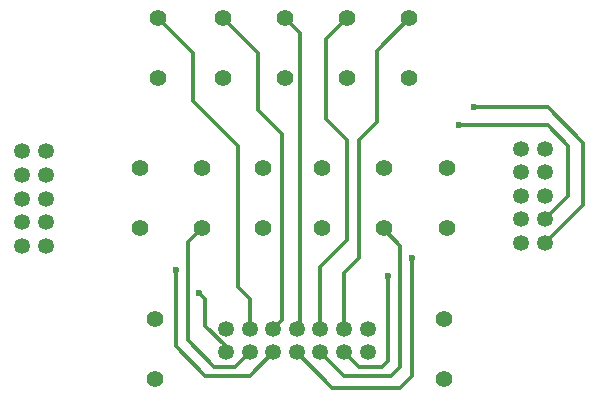
<source format=gbl>
%TF.GenerationSoftware,KiCad,Pcbnew,9.0.1*%
%TF.CreationDate,2025-04-11T17:38:00-07:00*%
%TF.ProjectId,CellTapFuses_V3,43656c6c-5461-4704-9675-7365735f5633,rev?*%
%TF.SameCoordinates,Original*%
%TF.FileFunction,Copper,L2,Bot*%
%TF.FilePolarity,Positive*%
%FSLAX46Y46*%
G04 Gerber Fmt 4.6, Leading zero omitted, Abs format (unit mm)*
G04 Created by KiCad (PCBNEW 9.0.1) date 2025-04-11 17:38:00*
%MOMM*%
%LPD*%
G01*
G04 APERTURE LIST*
%TA.AperFunction,ComponentPad*%
%ADD10C,1.397000*%
%TD*%
%TA.AperFunction,ComponentPad*%
%ADD11C,1.346200*%
%TD*%
%TA.AperFunction,ViaPad*%
%ADD12C,0.600000*%
%TD*%
%TA.AperFunction,Conductor*%
%ADD13C,0.300000*%
%TD*%
G04 APERTURE END LIST*
D10*
%TO.P,F11,1*%
%TO.N,Net-(F11-Pad1)*%
X68500000Y-84290000D03*
%TO.P,F11,2*%
%TO.N,Net-(F11-Pad2)*%
X68500000Y-79210000D03*
%TD*%
%TO.P,F13,1*%
%TO.N,Net-(F13-Pad1)*%
X71500000Y-109790000D03*
%TO.P,F13,2*%
%TO.N,Net-(F13-Pad2)*%
X71500000Y-104710000D03*
%TD*%
%TO.P,F1,1*%
%TO.N,Net-(F1-Pad1)*%
X47000000Y-109790000D03*
%TO.P,F1,2*%
%TO.N,Net-(F1-Pad2)*%
X47000000Y-104710000D03*
%TD*%
%TO.P,F8,1*%
%TO.N,Net-(F8-Pad1)*%
X61150000Y-91860002D03*
%TO.P,F8,2*%
%TO.N,Net-(F8-Pad2)*%
X61150000Y-96940002D03*
%TD*%
%TO.P,F6,1*%
%TO.N,Net-(F6-Pad1)*%
X56150000Y-91860002D03*
%TO.P,F6,2*%
%TO.N,Net-(F6-Pad2)*%
X56150000Y-96940002D03*
%TD*%
%TO.P,F7,1*%
%TO.N,Net-(F7-Pad1)*%
X58000000Y-84290000D03*
%TO.P,F7,2*%
%TO.N,Net-(F7-Pad2)*%
X58000000Y-79210000D03*
%TD*%
%TO.P,F12,1*%
%TO.N,Net-(F12-Pad1)*%
X71750000Y-91860002D03*
%TO.P,F12,2*%
%TO.N,Net-(F12-Pad2)*%
X71750000Y-96940002D03*
%TD*%
D11*
%TO.P,J1,1,1*%
%TO.N,Net-(F1-Pad2)*%
X52999999Y-105500000D03*
%TO.P,J1,2,2*%
%TO.N,Net-(F2-Pad2)*%
X52999999Y-107500001D03*
%TO.P,J1,3,3*%
%TO.N,Net-(F3-Pad2)*%
X55000000Y-105500000D03*
%TO.P,J1,4,4*%
%TO.N,Net-(F4-Pad2)*%
X55000000Y-107500001D03*
%TO.P,J1,5,5*%
%TO.N,Net-(F5-Pad2)*%
X56999999Y-105500000D03*
%TO.P,J1,6,6*%
%TO.N,Net-(F6-Pad2)*%
X56999999Y-107500001D03*
%TO.P,J1,7,7*%
%TO.N,Net-(F7-Pad2)*%
X59000000Y-105500000D03*
%TO.P,J1,8,8*%
%TO.N,Net-(F8-Pad2)*%
X59000000Y-107500001D03*
%TO.P,J1,9,9*%
%TO.N,Net-(F9-Pad2)*%
X61000001Y-105500000D03*
%TO.P,J1,10,10*%
%TO.N,Net-(F10-Pad2)*%
X61000001Y-107500001D03*
%TO.P,J1,11,11*%
%TO.N,Net-(F11-Pad2)*%
X62999999Y-105500000D03*
%TO.P,J1,12,12*%
%TO.N,Net-(F12-Pad2)*%
X62999999Y-107500001D03*
%TO.P,J1,13,13*%
%TO.N,Net-(F13-Pad2)*%
X65000001Y-105500000D03*
%TO.P,J1,14,14*%
%TO.N,unconnected-(J1-Pad14)*%
X65000001Y-107500001D03*
%TD*%
D10*
%TO.P,F5,1*%
%TO.N,Net-(F5-Pad1)*%
X52750000Y-84250000D03*
%TO.P,F5,2*%
%TO.N,Net-(F5-Pad2)*%
X52750000Y-79170000D03*
%TD*%
%TO.P,F10,1*%
%TO.N,Net-(F10-Pad1)*%
X66350000Y-91860002D03*
%TO.P,F10,2*%
%TO.N,Net-(F10-Pad2)*%
X66350000Y-96940002D03*
%TD*%
%TO.P,F4,1*%
%TO.N,Net-(F4-Pad1)*%
X50950000Y-91860002D03*
%TO.P,F4,2*%
%TO.N,Net-(F4-Pad2)*%
X50950000Y-96940002D03*
%TD*%
%TO.P,F2,1*%
%TO.N,Net-(F2-Pad1)*%
X45750000Y-91860002D03*
%TO.P,F2,2*%
%TO.N,Net-(F2-Pad2)*%
X45750000Y-96940002D03*
%TD*%
D11*
%TO.P,J3,1,1*%
%TO.N,Net-(F8-Pad1)*%
X77999999Y-98250000D03*
%TO.P,J3,2,2*%
%TO.N,Net-(F9-Pad1)*%
X80000000Y-98250000D03*
%TO.P,J3,3,3*%
%TO.N,Net-(F10-Pad1)*%
X77999999Y-96250001D03*
%TO.P,J3,4,4*%
%TO.N,Net-(F11-Pad1)*%
X80000000Y-96250001D03*
%TO.P,J3,5,5*%
%TO.N,Net-(F12-Pad1)*%
X77999999Y-94250000D03*
%TO.P,J3,6,6*%
%TO.N,Net-(F13-Pad1)*%
X80000000Y-94250000D03*
%TO.P,J3,7,7*%
%TO.N,unconnected-(J3-Pad7)*%
X77999999Y-92249999D03*
%TO.P,J3,8,8*%
%TO.N,unconnected-(J3-Pad8)*%
X80000000Y-92249999D03*
%TO.P,J3,9,9*%
%TO.N,unconnected-(J3-Pad9)*%
X77999999Y-90250001D03*
%TO.P,J3,10,10*%
%TO.N,unconnected-(J3-Pad10)*%
X80000000Y-90250001D03*
%TD*%
D10*
%TO.P,F3,1*%
%TO.N,Net-(F3-Pad1)*%
X47250000Y-84250000D03*
%TO.P,F3,2*%
%TO.N,Net-(F3-Pad2)*%
X47250000Y-79170000D03*
%TD*%
D11*
%TO.P,J2,1,1*%
%TO.N,Net-(F1-Pad1)*%
X35749999Y-98500001D03*
%TO.P,J2,2,2*%
%TO.N,Net-(F2-Pad1)*%
X37750000Y-98500001D03*
%TO.P,J2,3,3*%
%TO.N,Net-(F3-Pad1)*%
X35749999Y-96500002D03*
%TO.P,J2,4,4*%
%TO.N,Net-(F4-Pad1)*%
X37750000Y-96500002D03*
%TO.P,J2,5,5*%
%TO.N,Net-(F5-Pad1)*%
X35749999Y-94500001D03*
%TO.P,J2,6,6*%
%TO.N,Net-(F6-Pad1)*%
X37750000Y-94500001D03*
%TO.P,J2,7,7*%
%TO.N,Net-(F7-Pad1)*%
X35749999Y-92500000D03*
%TO.P,J2,8,8*%
%TO.N,unconnected-(J2-Pad8)*%
X37750000Y-92500000D03*
%TO.P,J2,9,9*%
%TO.N,unconnected-(J2-Pad9)*%
X35749999Y-90500002D03*
%TO.P,J2,10,10*%
%TO.N,unconnected-(J2-Pad10)*%
X37750000Y-90500002D03*
%TD*%
D10*
%TO.P,F9,1*%
%TO.N,Net-(F9-Pad1)*%
X63250000Y-84290000D03*
%TO.P,F9,2*%
%TO.N,Net-(F9-Pad2)*%
X63250000Y-79210000D03*
%TD*%
D12*
%TO.N,Net-(F12-Pad2)*%
X66750000Y-101000000D03*
%TO.N,Net-(F8-Pad2)*%
X68750000Y-99500000D03*
%TO.N,Net-(F2-Pad2)*%
X50749999Y-102500001D03*
%TO.N,Net-(F6-Pad2)*%
X48750000Y-100500000D03*
%TO.N,Net-(F11-Pad1)*%
X72750000Y-88250000D03*
%TO.N,Net-(F9-Pad1)*%
X74000000Y-86750000D03*
%TD*%
D13*
%TO.N,Net-(F12-Pad2)*%
X64249998Y-108750000D02*
X62999999Y-107500001D01*
X66750000Y-101000000D02*
X66750000Y-108250000D01*
X66250000Y-108750000D02*
X64249998Y-108750000D01*
X66750000Y-108250000D02*
X66250000Y-108750000D01*
%TO.N,Net-(F8-Pad2)*%
X68750000Y-109500000D02*
X68750000Y-99500000D01*
X67750000Y-110500000D02*
X68750000Y-109500000D01*
X59000000Y-107500001D02*
X61999999Y-110500000D01*
X61999999Y-110500000D02*
X67750000Y-110500000D01*
%TO.N,Net-(F7-Pad2)*%
X58000000Y-79210000D02*
X59250000Y-80460000D01*
X59250000Y-80460000D02*
X59250000Y-105250000D01*
X59250000Y-105250000D02*
X59000000Y-105500000D01*
%TO.N,Net-(F9-Pad2)*%
X61000000Y-105499999D02*
X61000001Y-105500000D01*
X61500000Y-87750000D02*
X63250000Y-89500000D01*
X61000000Y-100250000D02*
X61000000Y-105499999D01*
X63250000Y-89500000D02*
X63250000Y-98000000D01*
X63250000Y-79210000D02*
X61500000Y-80960000D01*
X63250000Y-98000000D02*
X61000000Y-100250000D01*
X61500000Y-80960000D02*
X61500000Y-87750000D01*
%TO.N,Net-(F3-Pad2)*%
X54000000Y-90000000D02*
X50250000Y-86250000D01*
X54000000Y-102000000D02*
X54000000Y-90000000D01*
X55000000Y-105500000D02*
X55000000Y-103000000D01*
X55000000Y-103000000D02*
X54000000Y-102000000D01*
X50250000Y-86250000D02*
X50250000Y-82170000D01*
X50250000Y-82170000D02*
X47250000Y-79170000D01*
%TO.N,Net-(F11-Pad2)*%
X65750000Y-81960000D02*
X68500000Y-79210000D01*
X64250000Y-89500000D02*
X65750000Y-88000000D01*
X64250000Y-99500000D02*
X64250000Y-89500000D01*
X65750000Y-88000000D02*
X65750000Y-81960000D01*
X62999999Y-100750001D02*
X64250000Y-99500000D01*
X62999999Y-105500000D02*
X62999999Y-100750001D01*
%TO.N,Net-(F4-Pad2)*%
X52000000Y-108750000D02*
X49750000Y-106500000D01*
X49750000Y-106500000D02*
X49750000Y-98140002D01*
X53750001Y-108750000D02*
X52000000Y-108750000D01*
X55000000Y-107500001D02*
X53750001Y-108750000D01*
X49750000Y-98140002D02*
X50950000Y-96940002D01*
%TO.N,Net-(F2-Pad2)*%
X51250000Y-103000002D02*
X50749999Y-102500001D01*
X52999999Y-106999999D02*
X51250001Y-105250001D01*
X51250000Y-105250001D02*
X51250000Y-103000002D01*
X52999999Y-107500001D02*
X52999999Y-106999999D01*
%TO.N,Net-(F6-Pad2)*%
X55000000Y-109500000D02*
X51250000Y-109500000D01*
X56999999Y-107500001D02*
X55000000Y-109500000D01*
X48750000Y-107000000D02*
X48750000Y-100500000D01*
X51250000Y-109500000D02*
X48750000Y-107000000D01*
%TO.N,Net-(F5-Pad2)*%
X57750000Y-104749999D02*
X56999999Y-105500000D01*
X57750000Y-89000000D02*
X57750000Y-104749999D01*
X52750000Y-79170000D02*
X55750000Y-82170000D01*
X55750000Y-82170000D02*
X55750000Y-87000000D01*
X55750000Y-87000000D02*
X57750000Y-89000000D01*
%TO.N,Net-(F10-Pad2)*%
X66350000Y-96940002D02*
X66350000Y-97100000D01*
X63000000Y-109500000D02*
X61000001Y-107500001D01*
X67750000Y-108750000D02*
X67000000Y-109500000D01*
X66350000Y-97100000D02*
X67750000Y-98500000D01*
X67000000Y-109500000D02*
X63000000Y-109500000D01*
X67750000Y-98500000D02*
X67750000Y-108750000D01*
%TO.N,Net-(F11-Pad1)*%
X82000000Y-94250001D02*
X80000000Y-96250001D01*
X72750000Y-88250000D02*
X80250000Y-88250000D01*
X82000000Y-90000000D02*
X82000000Y-94250001D01*
X80250000Y-88250000D02*
X82000000Y-90000000D01*
%TO.N,Net-(F9-Pad1)*%
X80000000Y-98250000D02*
X83250000Y-95000000D01*
X83250000Y-89750000D02*
X80250000Y-86750000D01*
X83250000Y-95000000D02*
X83250000Y-89750000D01*
X80250000Y-86750000D02*
X74000000Y-86750000D01*
%TD*%
M02*

</source>
